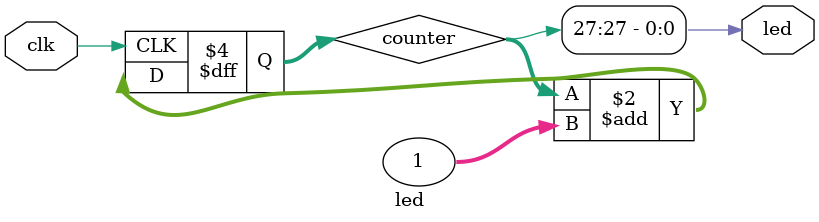
<source format=v>
`timescale 1ns / 1ps


module led(
    input clk,
    output led
    );
    
    reg [31:0] counter = 0;
    
    always @ (posedge clk) begin
        counter <= counter + 1;
    end    
    
    assign led = counter[27];
    
endmodule

</source>
